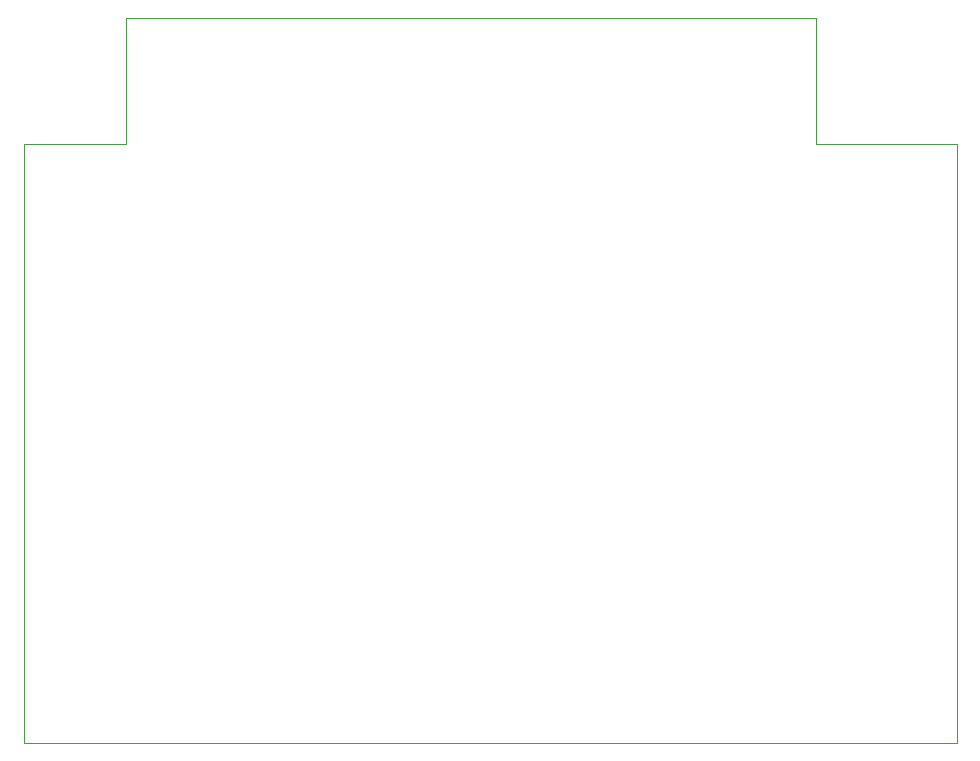
<source format=gm1>
G04 #@! TF.GenerationSoftware,KiCad,Pcbnew,(5.1.9)-1*
G04 #@! TF.CreationDate,2023-09-27T08:13:33+09:00*
G04 #@! TF.ProjectId,CZ800EX,435a3830-3045-4582-9e6b-696361645f70,rev?*
G04 #@! TF.SameCoordinates,PX2faf080PY6f1a620*
G04 #@! TF.FileFunction,Profile,NP*
%FSLAX46Y46*%
G04 Gerber Fmt 4.6, Leading zero omitted, Abs format (unit mm)*
G04 Created by KiCad (PCBNEW (5.1.9)-1) date 2023-09-27 08:13:33*
%MOMM*%
%LPD*%
G01*
G04 APERTURE LIST*
G04 #@! TA.AperFunction,Profile*
%ADD10C,0.050000*%
G04 #@! TD*
G04 APERTURE END LIST*
D10*
X8636000Y50654000D02*
X8636000Y61322000D01*
X0Y50654000D02*
X8636000Y50654000D01*
X67056000Y50654000D02*
X67056000Y61322000D01*
X79000000Y50654000D02*
X67056000Y50654000D01*
X0Y50654000D02*
X0Y0D01*
X67056000Y61322000D02*
X8636000Y61322000D01*
X79000000Y0D02*
X79000000Y50654000D01*
X0Y0D02*
X79000000Y0D01*
M02*

</source>
